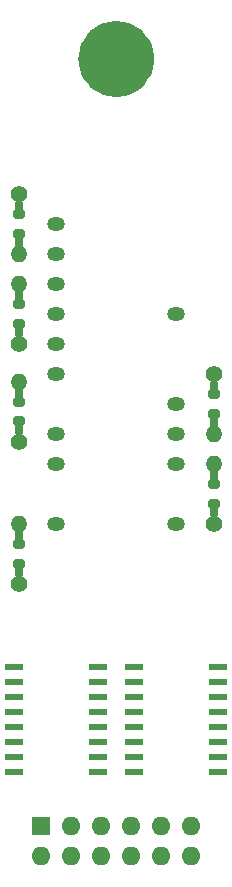
<source format=gts>
G04 #@! TF.GenerationSoftware,KiCad,Pcbnew,7.0.1*
G04 #@! TF.CreationDate,2023-05-31T01:27:01+09:00*
G04 #@! TF.ProjectId,Pmod_MultiSegment_SinglePort,506d6f64-5f4d-4756-9c74-695365676d65,rev?*
G04 #@! TF.SameCoordinates,Original*
G04 #@! TF.FileFunction,Soldermask,Top*
G04 #@! TF.FilePolarity,Negative*
%FSLAX46Y46*%
G04 Gerber Fmt 4.6, Leading zero omitted, Abs format (unit mm)*
G04 Created by KiCad (PCBNEW 7.0.1) date 2023-05-31 01:27:01*
%MOMM*%
%LPD*%
G01*
G04 APERTURE LIST*
G04 Aperture macros list*
%AMRoundRect*
0 Rectangle with rounded corners*
0 $1 Rounding radius*
0 $2 $3 $4 $5 $6 $7 $8 $9 X,Y pos of 4 corners*
0 Add a 4 corners polygon primitive as box body*
4,1,4,$2,$3,$4,$5,$6,$7,$8,$9,$2,$3,0*
0 Add four circle primitives for the rounded corners*
1,1,$1+$1,$2,$3*
1,1,$1+$1,$4,$5*
1,1,$1+$1,$6,$7*
1,1,$1+$1,$8,$9*
0 Add four rect primitives between the rounded corners*
20,1,$1+$1,$2,$3,$4,$5,0*
20,1,$1+$1,$4,$5,$6,$7,0*
20,1,$1+$1,$6,$7,$8,$9,0*
20,1,$1+$1,$8,$9,$2,$3,0*%
G04 Aperture macros list end*
%ADD10C,3.250000*%
%ADD11R,1.500000X0.600000*%
%ADD12O,1.524000X1.200000*%
%ADD13O,0.600000X1.650000*%
%ADD14C,1.400000*%
%ADD15RoundRect,0.200000X-0.275000X0.200000X-0.275000X-0.200000X0.275000X-0.200000X0.275000X0.200000X0*%
%ADD16O,1.400000X1.400000*%
%ADD17RoundRect,0.200000X0.275000X-0.200000X0.275000X0.200000X-0.275000X0.200000X-0.275000X-0.200000X0*%
%ADD18C,3.200000*%
%ADD19R,1.600000X1.600000*%
%ADD20O,1.600000X1.600000*%
G04 APERTURE END LIST*
G04 #@! TO.C,H1*
D10*
X13055000Y30480000D02*
G75*
G03*
X13055000Y30480000I-1625000J0D01*
G01*
G04 #@! TD*
D11*
G04 #@! TO.C,U3*
X9900000Y-20955000D03*
X9900000Y-22225000D03*
X9900000Y-23495000D03*
X9900000Y-24765000D03*
X9900000Y-26035000D03*
X9900000Y-27305000D03*
X9900000Y-28575000D03*
X9900000Y-29845000D03*
X2800000Y-29845000D03*
X2800000Y-28575000D03*
X2800000Y-27305000D03*
X2800000Y-26035000D03*
X2800000Y-24765000D03*
X2800000Y-23495000D03*
X2800000Y-22225000D03*
X2800000Y-20955000D03*
G04 #@! TD*
D12*
G04 #@! TO.C,U2*
X16510000Y-8890000D03*
X16510000Y-3810000D03*
X16510000Y-1270000D03*
X16510000Y1270000D03*
X16510000Y8890000D03*
X6350000Y16510000D03*
X6350000Y13970000D03*
X6350000Y11430000D03*
X6350000Y8890000D03*
X6350000Y6350000D03*
X6350000Y3810000D03*
X6350000Y-1270000D03*
X6350000Y-3810000D03*
X6350000Y-8890000D03*
G04 #@! TD*
D11*
G04 #@! TO.C,U1*
X20060000Y-29845000D03*
X20060000Y-28575000D03*
X20060000Y-27305000D03*
X20060000Y-26035000D03*
X20060000Y-24765000D03*
X20060000Y-23495000D03*
X20060000Y-22225000D03*
X20060000Y-20955000D03*
X12960000Y-20955000D03*
X12960000Y-22225000D03*
X12960000Y-23495000D03*
X12960000Y-24765000D03*
X12960000Y-26035000D03*
X12960000Y-27305000D03*
X12960000Y-28575000D03*
X12960000Y-29845000D03*
G04 #@! TD*
D13*
G04 #@! TO.C,R6*
X3175000Y17885000D03*
D14*
X3175000Y19050000D03*
D15*
X3175000Y17335000D03*
D13*
X3175000Y15135000D03*
D16*
X3175000Y13970000D03*
D15*
X3175000Y15685000D03*
G04 #@! TD*
D13*
G04 #@! TO.C,R5*
X3175000Y7515000D03*
D14*
X3175000Y6350000D03*
D17*
X3175000Y8065000D03*
D13*
X3175000Y10265000D03*
D16*
X3175000Y11430000D03*
D17*
X3175000Y9715000D03*
G04 #@! TD*
D13*
G04 #@! TO.C,R4*
X3175000Y-740000D03*
D14*
X3175000Y-1905000D03*
D17*
X3175000Y-190000D03*
D13*
X3175000Y2010000D03*
D16*
X3175000Y3175000D03*
D17*
X3175000Y1460000D03*
G04 #@! TD*
D13*
G04 #@! TO.C,R3*
X19685000Y2645000D03*
D14*
X19685000Y3810000D03*
D15*
X19685000Y2095000D03*
D13*
X19685000Y-105000D03*
D16*
X19685000Y-1270000D03*
D15*
X19685000Y445000D03*
G04 #@! TD*
D13*
G04 #@! TO.C,R2*
X19685000Y-7725000D03*
D14*
X19685000Y-8890000D03*
D17*
X19685000Y-7175000D03*
D13*
X19685000Y-4975000D03*
D16*
X19685000Y-3810000D03*
D17*
X19685000Y-5525000D03*
G04 #@! TD*
D13*
G04 #@! TO.C,R1*
X3175000Y-12805000D03*
D14*
X3175000Y-13970000D03*
D17*
X3175000Y-12255000D03*
D13*
X3175000Y-10055000D03*
D16*
X3175000Y-8890000D03*
D17*
X3175000Y-10605000D03*
G04 #@! TD*
D18*
G04 #@! TO.C,H1*
X11430000Y30480000D03*
G04 #@! TD*
D19*
G04 #@! TO.C,J1*
X5080000Y-34490000D03*
D20*
X7620000Y-34490000D03*
X10160000Y-34490000D03*
X12700000Y-34490000D03*
X15240000Y-34490000D03*
X17780000Y-34490000D03*
X5080000Y-37030000D03*
X7620000Y-37030000D03*
X10160000Y-37030000D03*
X12700000Y-37030000D03*
X15240000Y-37030000D03*
X17780000Y-37030000D03*
G04 #@! TD*
M02*

</source>
